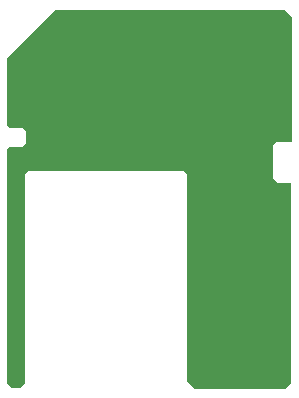
<source format=gbo>
G04 Layer_Color=32896*
%FSLAX25Y25*%
%MOIN*%
G70*
G01*
G75*
%ADD36C,0.00394*%
G36*
X195186Y497400D02*
Y456500D01*
Y455972D01*
X194800Y455585D01*
X194685Y455700D01*
X189800D01*
X188800Y454700D01*
Y443700D01*
X190500Y442000D01*
X195000D01*
Y375400D01*
X193000Y373400D01*
X162800D01*
X160200Y376000D01*
Y444800D01*
X159100Y445900D01*
X159000Y445800D01*
X107300D01*
X106400Y444900D01*
Y375400D01*
X104500Y373500D01*
X102000D01*
X100300Y375200D01*
Y453100D01*
X101200Y454000D01*
X105400D01*
X106700Y455300D01*
Y459100D01*
X105400Y460400D01*
X101302D01*
X100302Y461400D01*
Y483684D01*
X116300Y499683D01*
X116300D01*
X116300Y499683D01*
X116300Y499683D01*
X192904D01*
X195186Y497400D01*
D02*
G37*
D36*
X161088Y453940D02*
X161416Y454268D01*
X162072D01*
X162400Y453940D01*
Y453612D01*
X162072Y453284D01*
X161416D01*
X161088Y452956D01*
Y452628D01*
X161416Y452300D01*
X162072D01*
X162400Y452628D01*
X160432Y454268D02*
Y452300D01*
X159448D01*
X159120Y452628D01*
Y453940D01*
X159448Y454268D01*
X160432D01*
X158464Y452300D02*
X157808D01*
X158136D01*
Y454268D01*
X158464Y453940D01*
M02*

</source>
